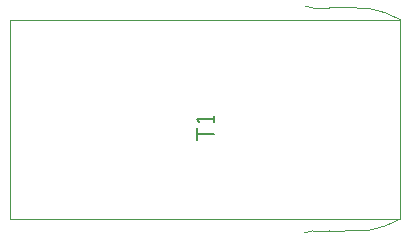
<source format=gbr>
%TF.GenerationSoftware,Altium Limited,Altium Designer,22.6.1 (34)*%
G04 Layer_Color=32768*
%FSLAX26Y26*%
%MOIN*%
%TF.SameCoordinates,08F94D22-2ED8-4738-ABBF-34BB79D8E07D*%
%TF.FilePolarity,Positive*%
%TF.FileFunction,Other,Mechanical_11*%
%TF.Part,Single*%
G01*
G75*
%TA.AperFunction,NonConductor*%
%ADD250C,0.003937*%
%ADD253C,0.005906*%
D250*
X12404264Y6170228D02*
G03*
X12291197Y6173022I-80489J-968239D01*
G01*
X12510000Y6132087D02*
G03*
X12404264Y6170228I-165551J-293307D01*
G01*
X12291197Y6173022D02*
G03*
X12272672Y6171975I-1192J-143374D01*
G01*
X12190755Y6177836D02*
G03*
X12217087Y6171687I24094J43727D01*
G01*
X12291197Y5426978D02*
G03*
X12404264Y5429772I32578J971033D01*
G01*
D02*
G03*
X12510000Y5467913I-59815J331449D01*
G01*
X12272672Y5428025D02*
G03*
X12291197Y5426978I17334J142327D01*
G01*
X12217087Y5428313D02*
G03*
X12190755Y5422164I-2239J-49875D01*
G01*
X11210000Y5467913D02*
X12510000D01*
Y6132087D01*
X11210000D02*
X12510000D01*
X11210000Y5467913D02*
Y6132087D01*
X12217087Y6171687D02*
X12272672Y6171975D01*
X12217087Y5428313D02*
X12272672Y5428025D01*
D253*
X11830492Y5731102D02*
Y5770460D01*
Y5750781D01*
X11889528D01*
Y5790138D02*
Y5809817D01*
Y5799978D01*
X11830492D01*
X11840331Y5790138D01*
%TF.MD5,c5612642ae2c89c62ad88dd36fab98fe*%
M02*

</source>
